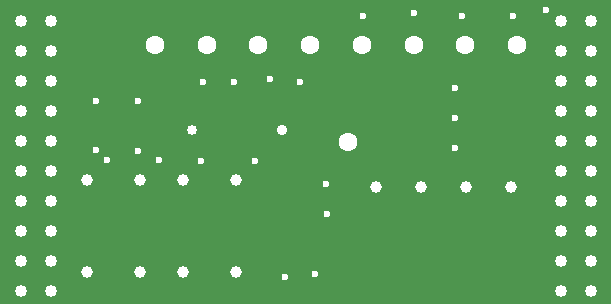
<source format=gbr>
G04 Generated by Ultiboard 13.0 *
%IPNEG*%
%FSLAX25Y25*%
%MOIN*%

%ADD11C,0.06300*%
%ADD12C,0.04000*%
%ADD13C,0.03937*%
%ADD14C,0.02362*%
%ADD15C,0.03333*%
%ADD16C,0.03500*%


G04 ColorRGB 000000 for the following layer *
%LNDrill-Copper Top-Copper Bottom*%
%LPD*%
G54D11*
X338772Y246288D03*
X356009Y246288D03*
X373246Y246288D03*
X390483Y246288D03*
X269824Y246288D03*
X287061Y246288D03*
X321535Y246288D03*
X304298Y246288D03*
X334000Y214000D03*
G54D12*
X235000Y244500D03*
X235000Y234500D03*
X235000Y224500D03*
X235000Y214500D03*
X235000Y204500D03*
X235000Y194500D03*
X235000Y184500D03*
X235000Y174500D03*
X235000Y164500D03*
X405000Y244500D03*
X405000Y234500D03*
X405000Y224500D03*
X405000Y214500D03*
X405000Y204500D03*
X405000Y194500D03*
X405000Y184500D03*
X405000Y174500D03*
X405000Y164500D03*
X405000Y254500D03*
X225000Y244500D03*
X225000Y234500D03*
X225000Y164500D03*
X225000Y174500D03*
X225000Y184500D03*
X225000Y194500D03*
X225000Y204500D03*
X225000Y214500D03*
X225000Y224500D03*
X415000Y254500D03*
X415000Y244500D03*
X415000Y234500D03*
X415000Y224500D03*
X415000Y214500D03*
X415000Y204500D03*
X415000Y194500D03*
X415000Y184500D03*
X415000Y174500D03*
X415000Y164500D03*
X225000Y254500D03*
X235000Y254500D03*
G54D13*
X247142Y170646D03*
X264858Y170646D03*
X247142Y201354D03*
X264858Y201354D03*
X296858Y201354D03*
X279142Y201354D03*
X296858Y170646D03*
X279142Y170646D03*
X388500Y198961D03*
X373500Y198961D03*
X358500Y198961D03*
X343500Y198961D03*
G54D14*
X405000Y255000D03*
X400000Y258000D03*
X253787Y208000D03*
X271000Y208000D03*
X285000Y207606D03*
X303000Y207748D03*
X326782Y200000D03*
X327032Y190000D03*
X250000Y211394D03*
X264000Y211000D03*
X250000Y227906D03*
X285953Y234000D03*
X264000Y227906D03*
X318000Y234000D03*
X322000Y246876D03*
X304000Y247000D03*
X296000Y234000D03*
X339000Y256000D03*
X356000Y257000D03*
X372000Y256000D03*
X389000Y256000D03*
X369961Y232000D03*
X369961Y222000D03*
X369961Y212000D03*
X308000Y235000D03*
X313000Y169000D03*
X323000Y170000D03*
G54D15*
X282000Y218000D03*
G54D16*
X312000Y218000D03*

M02*

</source>
